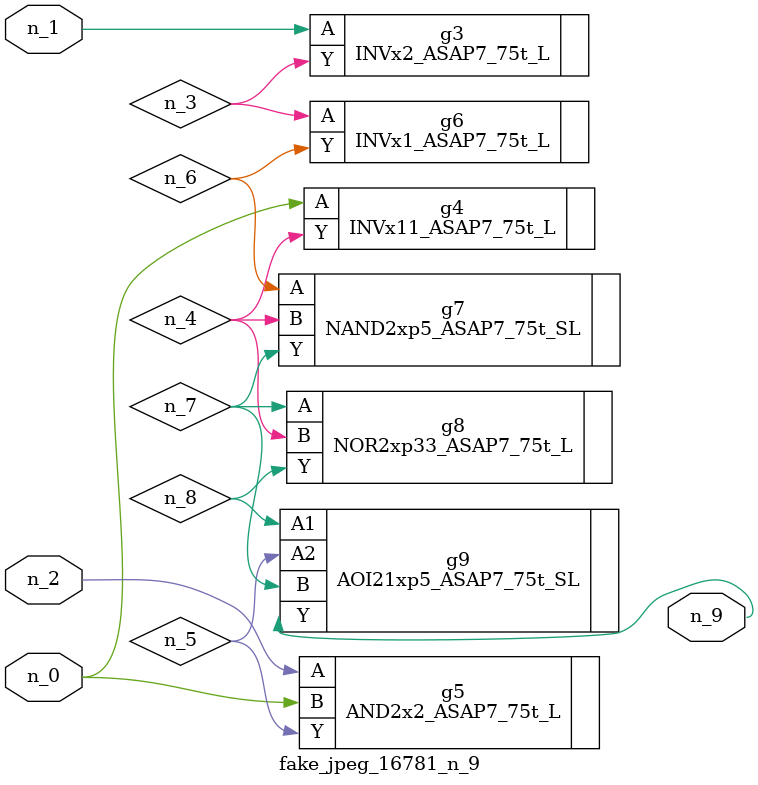
<source format=v>
module fake_jpeg_16781_n_9 (n_0, n_2, n_1, n_9);

input n_0;
input n_2;
input n_1;

output n_9;

wire n_3;
wire n_4;
wire n_8;
wire n_6;
wire n_5;
wire n_7;

INVx2_ASAP7_75t_L g3 ( 
.A(n_1),
.Y(n_3)
);

INVx11_ASAP7_75t_L g4 ( 
.A(n_0),
.Y(n_4)
);

AND2x2_ASAP7_75t_L g5 ( 
.A(n_2),
.B(n_0),
.Y(n_5)
);

INVx1_ASAP7_75t_L g6 ( 
.A(n_3),
.Y(n_6)
);

NAND2xp5_ASAP7_75t_SL g7 ( 
.A(n_6),
.B(n_4),
.Y(n_7)
);

NOR2xp33_ASAP7_75t_L g8 ( 
.A(n_7),
.B(n_4),
.Y(n_8)
);

AOI21xp5_ASAP7_75t_SL g9 ( 
.A1(n_8),
.A2(n_5),
.B(n_7),
.Y(n_9)
);


endmodule
</source>
